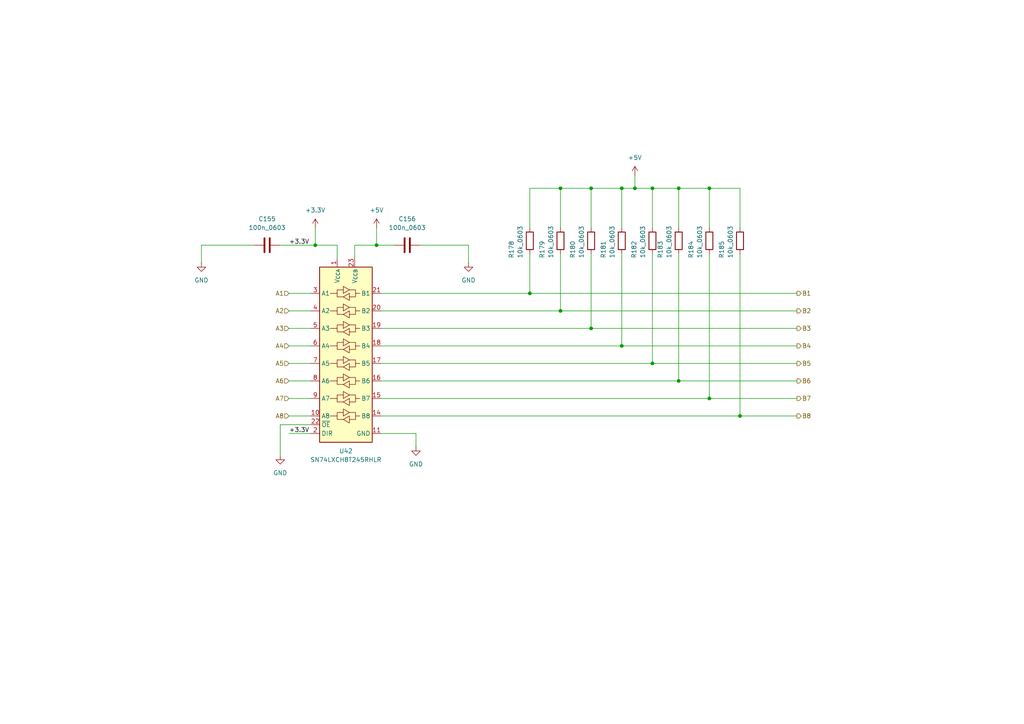
<source format=kicad_sch>
(kicad_sch (version 20250114) (generator "eeschema") (generator_version "9.0")
  (paper "A4")
  (lib_symbols
    (symbol "MYLIB_Misc:SN74LXCH8T245RHLR"
      (property "Reference" "U" (at 0 -29.972 0))
      (property "Value" "SN74LXCH8T245RHLR" (at 0 -27.686 0))
      (symbol "SN74LXCH8T245RHLR_0_1"
        (rectangle (start -7.62 25.4) (end 7.62 -25.4) (stroke (width 0.254)) (fill (type background)))
        (polyline (pts (xy -2.54 17.78) (xy -2.54 18.796) (xy -0.762 18.796)))
        (polyline (pts (xy -2.54 7.62) (xy -2.54 8.636) (xy -0.762 8.636)))
        (polyline (pts (xy -2.54 -2.54) (xy -2.54 -1.524) (xy -0.762 -1.524)))
        (polyline (pts (xy -2.54 -12.7) (xy -2.54 -11.684) (xy -0.762 -11.684)))
        (polyline (pts (xy -0.762 17.78) (xy -0.762 19.812) (xy 1.016 18.796) (xy -0.762 17.78)))
        (polyline (pts (xy -0.762 16.764) (xy -2.54 16.764) (xy -2.54 17.78) (xy -4.572 17.78)))
        (polyline (pts (xy -0.762 7.62) (xy -0.762 9.652) (xy 1.016 8.636) (xy -0.762 7.62)))
        (polyline (pts (xy -0.762 6.604) (xy -2.54 6.604) (xy -2.54 7.62) (xy -4.572 7.62)))
        (polyline (pts (xy -0.762 -2.54) (xy -0.762 -0.508) (xy 1.016 -1.524) (xy -0.762 -2.54)))
        (polyline (pts (xy -0.762 -3.556) (xy -2.54 -3.556) (xy -2.54 -2.54) (xy -4.572 -2.54)))
        (polyline (pts (xy -0.762 -12.7) (xy -0.762 -10.668) (xy 1.016 -11.684) (xy -0.762 -12.7)))
        (polyline (pts (xy -0.762 -13.716) (xy -2.54 -13.716) (xy -2.54 -12.7) (xy -4.572 -12.7)))
        (polyline (pts (xy 1.016 18.796) (xy 2.794 18.796) (xy 2.794 17.78) (xy 4.064 17.78)))
        (polyline (pts (xy 1.016 17.78) (xy 1.016 16.002) (xy 1.016 15.748) (xy -0.762 16.764) (xy 1.016 17.78)))
        (polyline (pts (xy 1.016 8.636) (xy 2.794 8.636) (xy 2.794 7.62) (xy 4.064 7.62)))
        (polyline (pts (xy 1.016 7.62) (xy 1.016 5.842) (xy 1.016 5.588) (xy -0.762 6.604) (xy 1.016 7.62)))
        (polyline (pts (xy 1.016 2.54) (xy 1.016 0.762) (xy 1.016 0.508) (xy -0.762 1.524) (xy 1.016 2.54)))
        (polyline (pts (xy 1.016 -1.524) (xy 2.794 -1.524) (xy 2.794 -2.54) (xy 4.064 -2.54)))
        (polyline (pts (xy 1.016 -2.54) (xy 1.016 -4.318) (xy 1.016 -4.572) (xy -0.762 -3.556) (xy 1.016 -2.54)))
        (polyline (pts (xy 1.016 -11.684) (xy 2.794 -11.684) (xy 2.794 -12.7) (xy 4.064 -12.7)))
        (polyline (pts (xy 1.016 -12.7) (xy 1.016 -14.478) (xy 1.016 -14.732) (xy -0.762 -13.716) (xy 1.016 -12.7)))
        (polyline (pts (xy 1.016 -17.78) (xy 1.016 -19.558) (xy 1.016 -19.812) (xy -0.762 -18.796) (xy 1.016 -17.78)))
        (polyline (pts (xy 2.794 17.78) (xy 2.794 16.764) (xy 1.016 16.764)))
        (polyline (pts (xy 2.794 7.62) (xy 2.794 6.604) (xy 1.016 6.604)))
        (polyline (pts (xy 2.794 -2.54) (xy 2.794 -3.556) (xy 1.016 -3.556)))
        (polyline (pts (xy 2.794 -12.7) (xy 2.794 -13.716) (xy 1.016 -13.716)))
      )
      (symbol "SN74LXCH8T245RHLR_1_1"
        (polyline (pts (xy -2.54 12.7) (xy -2.54 13.716) (xy -0.762 13.716)))
        (polyline (pts (xy -2.54 2.54) (xy -2.54 3.556) (xy -0.762 3.556)))
        (polyline (pts (xy -2.54 -7.62) (xy -2.54 -6.604) (xy -0.762 -6.604)))
        (polyline (pts (xy -2.54 -17.78) (xy -2.54 -16.764) (xy -0.762 -16.764)))
        (polyline (pts (xy -0.762 12.7) (xy -0.762 14.732) (xy 1.016 13.716) (xy -0.762 12.7)))
        (polyline (pts (xy -0.762 11.684) (xy -2.54 11.684) (xy -2.54 12.7) (xy -4.572 12.7)))
        (polyline (pts (xy -0.762 2.54) (xy -0.762 4.572) (xy 1.016 3.556) (xy -0.762 2.54)))
        (polyline (pts (xy -0.762 1.524) (xy -2.54 1.524) (xy -2.54 2.54) (xy -4.572 2.54)))
        (polyline (pts (xy -0.762 -7.62) (xy -0.762 -5.588) (xy 1.016 -6.604) (xy -0.762 -7.62)))
        (polyline (pts (xy -0.762 -8.636) (xy -2.54 -8.636) (xy -2.54 -7.62) (xy -4.572 -7.62)))
        (polyline (pts (xy -0.762 -17.78) (xy -0.762 -15.748) (xy 1.016 -16.764) (xy -0.762 -17.78)))
        (polyline (pts (xy -0.762 -18.796) (xy -2.54 -18.796) (xy -2.54 -17.78) (xy -4.572 -17.78)))
        (polyline (pts (xy 1.016 13.716) (xy 2.794 13.716) (xy 2.794 12.7) (xy 4.064 12.7)))
        (polyline (pts (xy 1.016 12.7) (xy 1.016 10.922) (xy 1.016 10.668) (xy -0.762 11.684) (xy 1.016 12.7)))
        (polyline (pts (xy 1.016 3.556) (xy 2.794 3.556) (xy 2.794 2.54) (xy 4.064 2.54)))
        (polyline (pts (xy 1.016 -6.604) (xy 2.794 -6.604) (xy 2.794 -7.62) (xy 4.064 -7.62)))
        (polyline (pts (xy 1.016 -7.62) (xy 1.016 -9.398) (xy 1.016 -9.652) (xy -0.762 -8.636) (xy 1.016 -7.62)))
        (polyline (pts (xy 1.016 -16.764) (xy 2.794 -16.764) (xy 2.794 -17.78) (xy 4.064 -17.78)))
        (polyline (pts (xy 2.794 12.7) (xy 2.794 11.684) (xy 1.016 11.684)))
        (polyline (pts (xy 2.794 2.54) (xy 2.794 1.524) (xy 1.016 1.524)))
        (polyline (pts (xy 2.794 -7.62) (xy 2.794 -8.636) (xy 1.016 -8.636)))
        (polyline (pts (xy 2.794 -17.78) (xy 2.794 -18.796) (xy 1.016 -18.796)))
        (pin bidirectional line (at -10.16 17.78 0) (length 2.54) (name "A1") (number "3"))
        (pin bidirectional line (at -10.16 12.7 0) (length 2.54) (name "A2") (number "4"))
        (pin bidirectional line (at -10.16 7.62 0) (length 2.54) (name "A3") (number "5"))
        (pin bidirectional line (at -10.16 2.54 0) (length 2.54) (name "A4") (number "6"))
        (pin bidirectional line (at -10.16 -2.54 0) (length 2.54) (name "A5") (number "7"))
        (pin bidirectional line (at -10.16 -7.62 0) (length 2.54) (name "A6") (number "8"))
        (pin bidirectional line (at -10.16 -12.7 0) (length 2.54) (name "A7") (number "9"))
        (pin bidirectional line (at -10.16 -17.78 0) (length 2.54) (name "A8") (number "10"))
        (pin input line (at -10.16 -20.32 0) (length 2.54) (name "~{OE}") (number "22"))
        (pin input line (at -10.16 -22.86 0) (length 2.54) (name "DIR") (number "2"))
        (pin power_in line (at -2.54 27.94 270) (length 2.54) (name "V_{CCA}") (number "1"))
        (pin power_in line (at 2.54 27.94 270) (length 2.54) (name "V_{CCB}") (number "23"))
        (pin passive line (at 2.54 27.94 270) (length 2.54) (hide yes) (name "V_{CCB}") (number "24"))
        (pin bidirectional line (at 10.16 17.78 180) (length 2.54) (name "B1") (number "21"))
        (pin bidirectional line (at 10.16 12.7 180) (length 2.54) (name "B2") (number "20"))
        (pin bidirectional line (at 10.16 7.62 180) (length 2.54) (name "B3") (number "19"))
        (pin bidirectional line (at 10.16 2.54 180) (length 2.54) (name "B4") (number "18"))
        (pin bidirectional line (at 10.16 -2.54 180) (length 2.54) (name "B5") (number "17"))
        (pin bidirectional line (at 10.16 -7.62 180) (length 2.54) (name "B6") (number "16"))
        (pin bidirectional line (at 10.16 -12.7 180) (length 2.54) (name "B7") (number "15"))
        (pin bidirectional line (at 10.16 -17.78 180) (length 2.54) (name "B8") (number "14"))
        (pin power_in line (at 10.16 -22.86 180) (length 2.54) (name "GND") (number "11"))
        (pin passive line (at 10.16 -22.86 180) (length 2.54) (hide yes) (name "GND") (number "12"))
        (pin passive line (at 10.16 -22.86 180) (length 2.54) (hide yes) (name "GND") (number "13"))
      )
    )
    (symbol "WLIB_C:100n_0603" (pin_numbers (hide yes)) (pin_names (offset 0.254))
      (property "Reference" "C" (at 0.635 2.54 0))
      (property "Value" "100n_0603" (at 0.635 -2.54 0))
      (symbol "100n_0603_0_1"
        (polyline (pts (xy -2.032 0.762) (xy 2.032 0.762)) (stroke (width 0.508)))
        (polyline (pts (xy -2.032 -0.762) (xy 2.032 -0.762)) (stroke (width 0.508)))
      )
      (symbol "100n_0603_1_1"
        (pin passive line (at 0 3.81 270) (length 2.794) (name "~") (number "1"))
        (pin passive line (at 0 -3.81 90) (length 2.794) (name "~") (number "2"))
      )
    )
    (symbol "WLIB_R:10k_0603" (pin_numbers (hide yes)) (pin_names (offset 0))
      (property "Reference" "R" (at 2.032 0 90))
      (property "Value" "10k_0603" (at -2.54 0 90))
      (symbol "10k_0603_0_1"
        (rectangle (start -1.016 -2.54) (end 1.016 2.54) (stroke (width 0.254)))
      )
      (symbol "10k_0603_1_1"
        (pin passive line (at 0 3.81 270) (length 1.27) (name "~") (number "1"))
        (pin passive line (at 0 -3.81 90) (length 1.27) (name "~") (number "2"))
      )
    )
    (symbol "power:+3.3V" (power) (pin_numbers (hide yes)) (pin_names (offset 0) (hide yes))
      (property "Value" "+3.3V" (at 0 3.556 0))
      (symbol "+3.3V_0_1"
        (polyline (pts (xy -0.762 1.27) (xy 0 2.54)))
        (polyline (pts (xy 0 2.54) (xy 0.762 1.27)))
        (polyline (pts (xy 0 0) (xy 0 2.54)))
      )
      (symbol "+3.3V_1_1"
        (pin power_in line (at 0 0 90) (length 0) (name "~") (number "1"))
      )
    )
    (symbol "power:+5V" (power) (pin_numbers (hide yes)) (pin_names (offset 0) (hide yes))
      (property "Value" "+5V" (at 0 3.556 0))
      (symbol "+5V_0_1"
        (polyline (pts (xy -0.762 1.27) (xy 0 2.54)))
        (polyline (pts (xy 0 2.54) (xy 0.762 1.27)))
        (polyline (pts (xy 0 0) (xy 0 2.54)))
      )
      (symbol "+5V_1_1"
        (pin power_in line (at 0 0 90) (length 0) (name "~") (number "1"))
      )
    )
    (symbol "power:GND" (power) (pin_numbers (hide yes)) (pin_names (offset 0) (hide yes))
      (property "Value" "GND" (at 0 -3.81 0))
      (symbol "GND_0_1"
        (polyline (pts (xy 0 0) (xy 0 -1.27) (xy 1.27 -1.27) (xy 0 -2.54) (xy -1.27 -1.27) (xy 0 -1.27)))
      )
      (symbol "GND_1_1"
        (pin power_in line (at 0 0 270) (length 0) (name "~") (number "1"))
      )
    )
  )
  (junction (at 214.63 120.65))
  (junction (at 171.45 54.61))
  (junction (at 180.34 100.33))
  (junction (at 153.67 85.09))
  (junction (at 91.44 71.12))
  (junction (at 162.56 90.17))
  (junction (at 196.85 54.61))
  (junction (at 205.74 54.61))
  (junction (at 189.23 54.61))
  (junction (at 109.22 71.12))
  (junction (at 171.45 95.25))
  (junction (at 189.23 105.41))
  (junction (at 180.34 54.61))
  (junction (at 205.74 115.57))
  (junction (at 196.85 110.49))
  (junction (at 162.56 54.61))
  (junction (at 184.15 54.61))
  (wire (pts (xy 189.23 105.41) (xy 231.14 105.41)))
  (wire (pts (xy 196.85 54.61) (xy 205.74 54.61)))
  (wire (pts (xy 189.23 54.61) (xy 196.85 54.61)))
  (wire (pts (xy 214.63 120.65) (xy 231.14 120.65)))
  (wire (pts (xy 110.49 90.17) (xy 162.56 90.17)))
  (wire (pts (xy 171.45 54.61) (xy 180.34 54.61)))
  (wire (pts (xy 171.45 95.25) (xy 231.14 95.25)))
  (wire (pts (xy 58.42 71.12) (xy 58.42 76.2)))
  (wire (pts (xy 180.34 73.66) (xy 180.34 100.33)))
  (wire (pts (xy 109.22 71.12) (xy 114.3 71.12)))
  (wire (pts (xy 102.87 74.93) (xy 102.87 71.12)))
  (wire (pts (xy 135.89 71.12) (xy 121.92 71.12)))
  (wire (pts (xy 162.56 73.66) (xy 162.56 90.17)))
  (wire (pts (xy 90.17 123.19) (xy 81.28 123.19)))
  (wire (pts (xy 171.45 66.04) (xy 171.45 54.61)))
  (wire (pts (xy 196.85 66.04) (xy 196.85 54.61)))
  (wire (pts (xy 214.63 73.66) (xy 214.63 120.65)))
  (wire (pts (xy 110.49 125.73) (xy 120.65 125.73)))
  (wire (pts (xy 110.49 95.25) (xy 171.45 95.25)))
  (wire (pts (xy 214.63 54.61) (xy 214.63 66.04)))
  (wire (pts (xy 205.74 66.04) (xy 205.74 54.61)))
  (wire (pts (xy 110.49 120.65) (xy 214.63 120.65)))
  (wire (pts (xy 120.65 129.54) (xy 120.65 125.73)))
  (wire (pts (xy 83.82 95.25) (xy 90.17 95.25)))
  (wire (pts (xy 180.34 54.61) (xy 184.15 54.61)))
  (wire (pts (xy 162.56 54.61) (xy 171.45 54.61)))
  (wire (pts (xy 180.34 66.04) (xy 180.34 54.61)))
  (wire (pts (xy 81.28 123.19) (xy 81.28 132.08)))
  (wire (pts (xy 162.56 90.17) (xy 231.14 90.17)))
  (wire (pts (xy 153.67 66.04) (xy 153.67 54.61)))
  (wire (pts (xy 189.23 66.04) (xy 189.23 54.61)))
  (wire (pts (xy 83.82 100.33) (xy 90.17 100.33)))
  (wire (pts (xy 91.44 66.04) (xy 91.44 71.12)))
  (wire (pts (xy 153.67 85.09) (xy 231.14 85.09)))
  (wire (pts (xy 205.74 73.66) (xy 205.74 115.57)))
  (wire (pts (xy 83.82 120.65) (xy 90.17 120.65)))
  (wire (pts (xy 162.56 66.04) (xy 162.56 54.61)))
  (wire (pts (xy 97.79 71.12) (xy 97.79 74.93)))
  (wire (pts (xy 110.49 115.57) (xy 205.74 115.57)))
  (wire (pts (xy 110.49 105.41) (xy 189.23 105.41)))
  (wire (pts (xy 109.22 66.04) (xy 109.22 71.12)))
  (wire (pts (xy 83.82 115.57) (xy 90.17 115.57)))
  (wire (pts (xy 135.89 76.2) (xy 135.89 71.12)))
  (wire (pts (xy 110.49 110.49) (xy 196.85 110.49)))
  (wire (pts (xy 153.67 73.66) (xy 153.67 85.09)))
  (wire (pts (xy 205.74 115.57) (xy 231.14 115.57)))
  (wire (pts (xy 83.82 85.09) (xy 90.17 85.09)))
  (wire (pts (xy 91.44 71.12) (xy 81.28 71.12)))
  (wire (pts (xy 83.82 125.73) (xy 90.17 125.73)))
  (wire (pts (xy 110.49 85.09) (xy 153.67 85.09)))
  (wire (pts (xy 110.49 100.33) (xy 180.34 100.33)))
  (wire (pts (xy 73.66 71.12) (xy 58.42 71.12)))
  (wire (pts (xy 196.85 110.49) (xy 231.14 110.49)))
  (wire (pts (xy 83.82 110.49) (xy 90.17 110.49)))
  (wire (pts (xy 97.79 71.12) (xy 91.44 71.12)))
  (wire (pts (xy 171.45 73.66) (xy 171.45 95.25)))
  (wire (pts (xy 184.15 50.8) (xy 184.15 54.61)))
  (wire (pts (xy 102.87 71.12) (xy 109.22 71.12)))
  (wire (pts (xy 189.23 73.66) (xy 189.23 105.41)))
  (wire (pts (xy 196.85 73.66) (xy 196.85 110.49)))
  (wire (pts (xy 205.74 54.61) (xy 214.63 54.61)))
  (wire (pts (xy 180.34 100.33) (xy 231.14 100.33)))
  (wire (pts (xy 83.82 90.17) (xy 90.17 90.17)))
  (wire (pts (xy 184.15 54.61) (xy 189.23 54.61)))
  (wire (pts (xy 83.82 105.41) (xy 90.17 105.41)))
  (wire (pts (xy 153.67 54.61) (xy 162.56 54.61)))
  (label "+3.3V" (at 83.82 71.12 0))
  (label "+3.3V" (at 83.82 125.73 0))
  (hierarchical_label "A7" (shape input) (at 83.82 115.57 180))
  (hierarchical_label "A3" (shape input) (at 83.82 95.25 180))
  (hierarchical_label "A6" (shape input) (at 83.82 110.49 180))
  (hierarchical_label "A1" (shape input) (at 83.82 85.09 180))
  (hierarchical_label "B2" (shape output) (at 231.14 90.17 0))
  (hierarchical_label "B6" (shape output) (at 231.14 110.49 0))
  (hierarchical_label "B3" (shape output) (at 231.14 95.25 0))
  (hierarchical_label "A4" (shape input) (at 83.82 100.33 180))
  (hierarchical_label "B1" (shape output) (at 231.14 85.09 0))
  (hierarchical_label "B8" (shape output) (at 231.14 120.65 0))
  (hierarchical_label "A8" (shape input) (at 83.82 120.65 180))
  (hierarchical_label "A2" (shape input) (at 83.82 90.17 180))
  (hierarchical_label "B7" (shape output) (at 231.14 115.57 0))
  (hierarchical_label "B4" (shape output) (at 231.14 100.33 0))
  (hierarchical_label "A5" (shape input) (at 83.82 105.41 180))
  (hierarchical_label "B5" (shape output) (at 231.14 105.41 0))
  (symbol (lib_id "WLIB_R:10k_0603") (at 180.34 69.85 0) (unit 1)
    (property "Reference" "R181" (at 175.006 74.93 90) (effects (justify left)))
    (property "Value" "10k_0603" (at 177.546 74.93 90) (effects (justify left)))
    (property "Footprint" "Resistor_SMD:R_0603_1608Metric" (effects (hide yes)))
    (property "Datasheet" "https://www.farnell.com/datasheets/2860681.pdf" (effects (hide yes)))
    (property "Description" "Resistor" (effects (hide yes)))
    (property "FARNELL" "2447230" (effects (hide yes)))
    (property "Rated Power" "100mW" (effects (hide yes)))
    (property "JLCPCB" "C25804" (effects (hide yes)))
  )
  (symbol (lib_id "WLIB_R:10k_0603") (at 189.23 69.85 0) (unit 1)
    (property "Reference" "R182" (at 183.896 74.93 90) (effects (justify left)))
    (property "Value" "10k_0603" (at 186.436 74.93 90) (effects (justify left)))
    (property "Footprint" "Resistor_SMD:R_0603_1608Metric" (effects (hide yes)))
    (property "Datasheet" "https://www.farnell.com/datasheets/2860681.pdf" (effects (hide yes)))
    (property "Description" "Resistor" (effects (hide yes)))
    (property "FARNELL" "2447230" (effects (hide yes)))
    (property "Rated Power" "100mW" (effects (hide yes)))
    (property "JLCPCB" "C25804" (effects (hide yes)))
  )
  (symbol (lib_id "WLIB_R:10k_0603") (at 214.63 69.85 0) (unit 1)
    (property "Reference" "R185" (at 209.296 74.93 90) (effects (justify left)))
    (property "Value" "10k_0603" (at 211.836 74.93 90) (effects (justify left)))
    (property "Footprint" "Resistor_SMD:R_0603_1608Metric" (effects (hide yes)))
    (property "Datasheet" "https://www.farnell.com/datasheets/2860681.pdf" (effects (hide yes)))
    (property "Description" "Resistor" (effects (hide yes)))
    (property "FARNELL" "2447230" (effects (hide yes)))
    (property "Rated Power" "100mW" (effects (hide yes)))
    (property "JLCPCB" "C25804" (effects (hide yes)))
  )
  (symbol (lib_id "power:+5V") (at 109.22 66.04 0) (unit 1)
    (property "Reference" "#PWR0225" (effects (hide yes)))
    (property "Value" "+5V" (at 109.22 60.96 0))
    (property "Description" "Power symbol creates a global label with name \"+5V\"" (effects (hide yes)))
  )
  (symbol (lib_id "power:GND") (at 81.28 132.08 0) (unit 1)
    (property "Reference" "#PWR0223" (effects (hide yes)))
    (property "Value" "GND" (at 81.28 137.16 0))
    (property "Description" "Power symbol creates a global label with name \"GND\" , ground" (effects (hide yes)))
  )
  (symbol (lib_id "WLIB_R:10k_0603") (at 196.85 69.85 0) (unit 1)
    (property "Reference" "R183" (at 191.516 74.93 90) (effects (justify left)))
    (property "Value" "10k_0603" (at 194.056 74.93 90) (effects (justify left)))
    (property "Footprint" "Resistor_SMD:R_0603_1608Metric" (effects (hide yes)))
    (property "Datasheet" "https://www.farnell.com/datasheets/2860681.pdf" (effects (hide yes)))
    (property "Description" "Resistor" (effects (hide yes)))
    (property "FARNELL" "2447230" (effects (hide yes)))
    (property "Rated Power" "100mW" (effects (hide yes)))
    (property "JLCPCB" "C25804" (effects (hide yes)))
  )
  (symbol (lib_id "power:+3.3V") (at 91.44 66.04 0) (unit 1)
    (property "Reference" "#PWR0224" (effects (hide yes)))
    (property "Value" "+3.3V" (at 91.44 60.96 0))
    (property "Description" "Power symbol creates a global label with name \"+3.3V\"" (effects (hide yes)))
  )
  (symbol (lib_id "WLIB_R:10k_0603") (at 171.45 69.85 0) (unit 1)
    (property "Reference" "R180" (at 166.116 74.93 90) (effects (justify left)))
    (property "Value" "10k_0603" (at 168.656 74.93 90) (effects (justify left)))
    (property "Footprint" "Resistor_SMD:R_0603_1608Metric" (effects (hide yes)))
    (property "Datasheet" "https://www.farnell.com/datasheets/2860681.pdf" (effects (hide yes)))
    (property "Description" "Resistor" (effects (hide yes)))
    (property "FARNELL" "2447230" (effects (hide yes)))
    (property "Rated Power" "100mW" (effects (hide yes)))
    (property "JLCPCB" "C25804" (effects (hide yes)))
  )
  (symbol (lib_id "power:+5V") (at 184.15 50.8 0) (unit 1)
    (property "Reference" "#PWR0228" (effects (hide yes)))
    (property "Value" "+5V" (at 184.15 45.72 0))
    (property "Description" "Power symbol creates a global label with name \"+5V\"" (effects (hide yes)))
  )
  (symbol (lib_id "power:GND") (at 58.42 76.2 0) (unit 1)
    (property "Reference" "#PWR0222" (effects (hide yes)))
    (property "Value" "GND" (at 58.42 81.28 0))
    (property "Description" "Power symbol creates a global label with name \"GND\" , ground" (effects (hide yes)))
  )
  (symbol (lib_id "WLIB_R:10k_0603") (at 205.74 69.85 0) (unit 1)
    (property "Reference" "R184" (at 200.406 74.93 90) (effects (justify left)))
    (property "Value" "10k_0603" (at 202.946 74.93 90) (effects (justify left)))
    (property "Footprint" "Resistor_SMD:R_0603_1608Metric" (effects (hide yes)))
    (property "Datasheet" "https://www.farnell.com/datasheets/2860681.pdf" (effects (hide yes)))
    (property "Description" "Resistor" (effects (hide yes)))
    (property "FARNELL" "2447230" (effects (hide yes)))
    (property "Rated Power" "100mW" (effects (hide yes)))
    (property "JLCPCB" "C25804" (effects (hide yes)))
  )
  (symbol (lib_id "WLIB_R:10k_0603") (at 162.56 69.85 0) (unit 1)
    (property "Reference" "R179" (at 157.226 74.93 90) (effects (justify left)))
    (property "Value" "10k_0603" (at 159.766 74.93 90) (effects (justify left)))
    (property "Footprint" "Resistor_SMD:R_0603_1608Metric" (effects (hide yes)))
    (property "Datasheet" "https://www.farnell.com/datasheets/2860681.pdf" (effects (hide yes)))
    (property "Description" "Resistor" (effects (hide yes)))
    (property "FARNELL" "2447230" (effects (hide yes)))
    (property "Rated Power" "100mW" (effects (hide yes)))
    (property "JLCPCB" "C25804" (effects (hide yes)))
  )
  (symbol (lib_id "WLIB_R:10k_0603") (at 153.67 69.85 0) (unit 1)
    (property "Reference" "R178" (at 148.336 74.93 90) (effects (justify left)))
    (property "Value" "10k_0603" (at 150.876 74.93 90) (effects (justify left)))
    (property "Footprint" "Resistor_SMD:R_0603_1608Metric" (effects (hide yes)))
    (property "Datasheet" "https://www.farnell.com/datasheets/2860681.pdf" (effects (hide yes)))
    (property "Description" "Resistor" (effects (hide yes)))
    (property "FARNELL" "2447230" (effects (hide yes)))
    (property "Rated Power" "100mW" (effects (hide yes)))
    (property "JLCPCB" "C25804" (effects (hide yes)))
  )
  (symbol (lib_id "MYLIB_Misc:SN74LXCH8T245RHLR") (at 100.33 102.87 0) (unit 1)
    (property "Reference" "U42" (at 100.33 130.81 0))
    (property "Value" "SN74LXCH8T245RHLR" (at 100.33 133.35 0))
    (property "Footprint" "MYLIB_Misc:SN74LXCH8T245" (effects (hide yes)))
    (property "Datasheet" "https://www.ti.com/lit/ds/symlink/sn74lxch8t245.pdf?ts=1763371772541&ref_url=https%253A%252F%252Fwww.ti.com%252Fproduct%252FSN74LXCH8T245%252Fpart-details%252FSN74LXCH8T245PWR%253Futm_source%253Dgoogle%2526utm_medium%253Dcpc%2526utm_campaign%253Dasc-null-null-asc_opn_en-cpc-storeic-google-eu_en_pur%2526utm_content%253DDevice%2526ds_k%253DSN74LXCH8T245PWR%2526DCM%253Dyes%2526gclsrc%253Daw.ds%2526gad_source%253D1%2526gad_campaignid%253D11662144970%2526gbraid%253D0AAAAAC068F39eJFhDO7IAjRN0B7HR1F_u%2526gclid%253DCj0KCQiArOvIBhDLARIsAPwJXOYrNobBoFNvEGFStXBaA-GNl_2J8-tjiZakLfPkxHBPueWciDcO--IaAq1yEALw_wcB" (effects (hide yes)))
    (property "Description" "8-bit, dual-supply noninverting bidirectional level shifter, DIR = high: A -> B, OE = high: everything in high Z" (effects (hide yes)))
  )
  (symbol (lib_id "WLIB_C:100n_0603") (at 77.47 71.12 90) (unit 1)
    (property "Reference" "C155" (at 77.47 63.5 90))
    (property "Value" "100n_0603" (at 77.47 66.04 90))
    (property "Footprint" "WLIB_Capacitor:C_0603" (effects (hide yes)))
    (property "Datasheet" "https://www.farnell.com/datasheets/2860632.pdf" (effects (hide yes)))
    (property "Description" "Unpolarized capacitor SMD MLCC" (effects (hide yes)))
    (property "FARNELL" "1759037" (effects (hide yes)))
    (property "VDC" "25V" (effects (hide yes)))
    (property "JLCPCB" "C2762593" (effects (hide yes)))
  )
  (symbol (lib_id "power:GND") (at 135.89 76.2 0) (unit 1)
    (property "Reference" "#PWR0227" (effects (hide yes)))
    (property "Value" "GND" (at 135.89 81.28 0))
    (property "Description" "Power symbol creates a global label with name \"GND\" , ground" (effects (hide yes)))
  )
  (symbol (lib_id "WLIB_C:100n_0603") (at 118.11 71.12 90) (unit 1)
    (property "Reference" "C156" (at 118.11 63.5 90))
    (property "Value" "100n_0603" (at 118.11 66.04 90))
    (property "Footprint" "WLIB_Capacitor:C_0603" (effects (hide yes)))
    (property "Datasheet" "https://www.farnell.com/datasheets/2860632.pdf" (effects (hide yes)))
    (property "Description" "Unpolarized capacitor SMD MLCC" (effects (hide yes)))
    (property "FARNELL" "1759037" (effects (hide yes)))
    (property "VDC" "25V" (effects (hide yes)))
    (property "JLCPCB" "C2762593" (effects (hide yes)))
  )
  (symbol (lib_id "power:GND") (at 120.65 129.54 0) (unit 1)
    (property "Reference" "#PWR0226" (effects (hide yes)))
    (property "Value" "GND" (at 120.65 134.62 0))
    (property "Description" "Power symbol creates a global label with name \"GND\" , ground" (effects (hide yes)))
  )
)
</source>
